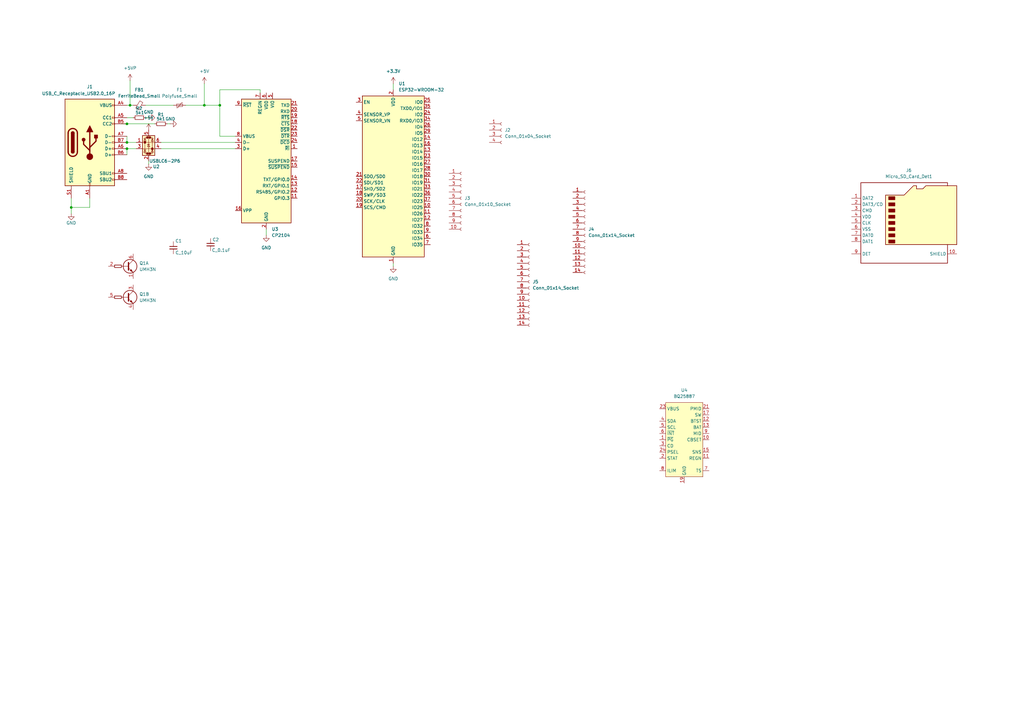
<source format=kicad_sch>
(kicad_sch (version 20231120) (generator "eeschema") (generator_version "8.0")
  (paper "A3")
  (title_block (title "Robot") (date "2024-09-24") (rev "1.0"))
  (lib_symbols
    (symbol "Battery_Management:BQ25887"
      (property "Reference" "U" (at 6.985 16.51 0))
      (property "Value" "BQ25887" (at -3.175 16.51 0))
      (symbol "BQ25887_1_1"
        (rectangle (start -7.62 15.24) (end 7.62 -15.24) (fill (type background)))
        (pin open_collector line (at -10.16 0 0) (length 2.54) (name "~{PG}") (number "1"))
        (pin power_out line (at 10.16 0 180) (length 2.54) (name "CBSET") (number "10"))
        (pin power_out line (at 10.16 -7.62 180) (length 2.54) (name "REGN") (number "11"))
        (pin power_out line (at 10.16 7.62 180) (length 2.54) (name "BTST") (number "12"))
        (pin power_out line (at 10.16 5.08 180) (length 2.54) (name "BAT") (number "13"))
        (pin passive line (at 10.16 5.08 180) (length 2.54) hide (name "BAT") (number "14"))
        (pin output line (at 10.16 -5.08 180) (length 2.54) (name "SNS") (number "15"))
        (pin passive line (at 10.16 -5.08 180) (length 2.54) hide (name "SNS") (number "16"))
        (pin power_out line (at 10.16 10.16 180) (length 2.54) (name "SW") (number "17"))
        (pin passive line (at 10.16 10.16 180) (length 2.54) hide (name "SW") (number "18"))
        (pin power_in line (at 0 -17.78 90) (length 2.54) (name "GND") (number "19"))
        (pin open_collector line (at -10.16 -7.62 0) (length 2.54) (name "STAT") (number "2"))
        (pin passive line (at 0 -17.78 90) (length 2.54) hide (name "GND") (number "20"))
        (pin power_out line (at 10.16 12.7 180) (length 2.54) (name "PMID") (number "21"))
        (pin passive line (at 10.16 12.7 180) (length 2.54) hide (name "PMID") (number "22"))
        (pin power_in line (at -10.16 12.7 0) (length 2.54) (name "VBUS") (number "23"))
        (pin input line (at -10.16 -5.08 0) (length 2.54) (name "PSEL") (number "24"))
        (pin input line (at -10.16 -2.54 0) (length 2.54) (name "CD") (number "3"))
        (pin bidirectional line (at -10.16 7.62 0) (length 2.54) (name "SDA") (number "4"))
        (pin input line (at -10.16 5.08 0) (length 2.54) (name "SCL") (number "5"))
        (pin open_collector line (at -10.16 2.54 0) (length 2.54) (name "~{INT}") (number "6"))
        (pin input line (at 10.16 -12.7 180) (length 2.54) (name "TS") (number "7"))
        (pin input line (at -10.16 -12.7 0) (length 2.54) (name "ILIM") (number "8"))
        (pin input line (at 10.16 2.54 180) (length 2.54) (name "MID") (number "9"))
      )
    )
    (symbol "Connector:Conn_01x04_Socket" (pin_names (offset 1.016) hide)
      (property "Reference" "J" (at 0 5.08 0))
      (property "Value" "Conn_01x04_Socket" (at 0 -7.62 0))
      (symbol "Conn_01x04_Socket_1_1"
        (arc (start 0 -4.572) (mid -0.5058 -5.08) (end 0 -5.588) (stroke (width 0.1524)))
        (arc (start 0 -2.032) (mid -0.5058 -2.54) (end 0 -3.048) (stroke (width 0.1524)))
        (polyline (pts (xy -1.27 -5.08) (xy -0.508 -5.08)) (stroke (width 0.1524)))
        (polyline (pts (xy -1.27 -2.54) (xy -0.508 -2.54)) (stroke (width 0.1524)))
        (polyline (pts (xy -1.27 0) (xy -0.508 0)) (stroke (width 0.1524)))
        (polyline (pts (xy -1.27 2.54) (xy -0.508 2.54)) (stroke (width 0.1524)))
        (arc (start 0 0.508) (mid -0.5058 0) (end 0 -0.508) (stroke (width 0.1524)))
        (arc (start 0 3.048) (mid -0.5058 2.54) (end 0 2.032) (stroke (width 0.1524)))
        (pin passive line (at -5.08 2.54 0) (length 3.81) (name "Pin_1") (number "1"))
        (pin passive line (at -5.08 0 0) (length 3.81) (name "Pin_2") (number "2"))
        (pin passive line (at -5.08 -2.54 0) (length 3.81) (name "Pin_3") (number "3"))
        (pin passive line (at -5.08 -5.08 0) (length 3.81) (name "Pin_4") (number "4"))
      )
    )
    (symbol "Connector:Conn_01x10_Socket" (pin_names (offset 1.016) hide)
      (property "Reference" "J" (at 0 12.7 0))
      (property "Value" "Conn_01x10_Socket" (at 0 -15.24 0))
      (symbol "Conn_01x10_Socket_1_1"
        (arc (start 0 -12.192) (mid -0.5058 -12.7) (end 0 -13.208) (stroke (width 0.1524)))
        (arc (start 0 -9.652) (mid -0.5058 -10.16) (end 0 -10.668) (stroke (width 0.1524)))
        (arc (start 0 -7.112) (mid -0.5058 -7.62) (end 0 -8.128) (stroke (width 0.1524)))
        (arc (start 0 -4.572) (mid -0.5058 -5.08) (end 0 -5.588) (stroke (width 0.1524)))
        (arc (start 0 -2.032) (mid -0.5058 -2.54) (end 0 -3.048) (stroke (width 0.1524)))
        (polyline (pts (xy -1.27 -12.7) (xy -0.508 -12.7)) (stroke (width 0.1524)))
        (polyline (pts (xy -1.27 -10.16) (xy -0.508 -10.16)) (stroke (width 0.1524)))
        (polyline (pts (xy -1.27 -7.62) (xy -0.508 -7.62)) (stroke (width 0.1524)))
        (polyline (pts (xy -1.27 -5.08) (xy -0.508 -5.08)) (stroke (width 0.1524)))
        (polyline (pts (xy -1.27 -2.54) (xy -0.508 -2.54)) (stroke (width 0.1524)))
        (polyline (pts (xy -1.27 0) (xy -0.508 0)) (stroke (width 0.1524)))
        (polyline (pts (xy -1.27 2.54) (xy -0.508 2.54)) (stroke (width 0.1524)))
        (polyline (pts (xy -1.27 5.08) (xy -0.508 5.08)) (stroke (width 0.1524)))
        (polyline (pts (xy -1.27 7.62) (xy -0.508 7.62)) (stroke (width 0.1524)))
        (polyline (pts (xy -1.27 10.16) (xy -0.508 10.16)) (stroke (width 0.1524)))
        (arc (start 0 0.508) (mid -0.5058 0) (end 0 -0.508) (stroke (width 0.1524)))
        (arc (start 0 3.048) (mid -0.5058 2.54) (end 0 2.032) (stroke (width 0.1524)))
        (arc (start 0 5.588) (mid -0.5058 5.08) (end 0 4.572) (stroke (width 0.1524)))
        (arc (start 0 8.128) (mid -0.5058 7.62) (end 0 7.112) (stroke (width 0.1524)))
        (arc (start 0 10.668) (mid -0.5058 10.16) (end 0 9.652) (stroke (width 0.1524)))
        (pin passive line (at -5.08 10.16 0) (length 3.81) (name "Pin_1") (number "1"))
        (pin passive line (at -5.08 -12.7 0) (length 3.81) (name "Pin_10") (number "10"))
        (pin passive line (at -5.08 7.62 0) (length 3.81) (name "Pin_2") (number "2"))
        (pin passive line (at -5.08 5.08 0) (length 3.81) (name "Pin_3") (number "3"))
        (pin passive line (at -5.08 2.54 0) (length 3.81) (name "Pin_4") (number "4"))
        (pin passive line (at -5.08 0 0) (length 3.81) (name "Pin_5") (number "5"))
        (pin passive line (at -5.08 -2.54 0) (length 3.81) (name "Pin_6") (number "6"))
        (pin passive line (at -5.08 -5.08 0) (length 3.81) (name "Pin_7") (number "7"))
        (pin passive line (at -5.08 -7.62 0) (length 3.81) (name "Pin_8") (number "8"))
        (pin passive line (at -5.08 -10.16 0) (length 3.81) (name "Pin_9") (number "9"))
      )
    )
    (symbol "Connector:Conn_01x14_Socket" (pin_names (offset 1.016) hide)
      (property "Reference" "J" (at 0 17.78 0))
      (property "Value" "Conn_01x14_Socket" (at 0 -20.32 0))
      (symbol "Conn_01x14_Socket_1_1"
        (arc (start 0 -17.272) (mid -0.5058 -17.78) (end 0 -18.288) (stroke (width 0.1524)))
        (arc (start 0 -14.732) (mid -0.5058 -15.24) (end 0 -15.748) (stroke (width 0.1524)))
        (arc (start 0 -12.192) (mid -0.5058 -12.7) (end 0 -13.208) (stroke (width 0.1524)))
        (arc (start 0 -9.652) (mid -0.5058 -10.16) (end 0 -10.668) (stroke (width 0.1524)))
        (arc (start 0 -7.112) (mid -0.5058 -7.62) (end 0 -8.128) (stroke (width 0.1524)))
        (arc (start 0 -4.572) (mid -0.5058 -5.08) (end 0 -5.588) (stroke (width 0.1524)))
        (arc (start 0 -2.032) (mid -0.5058 -2.54) (end 0 -3.048) (stroke (width 0.1524)))
        (polyline (pts (xy -1.27 -17.78) (xy -0.508 -17.78)) (stroke (width 0.1524)))
        (polyline (pts (xy -1.27 -15.24) (xy -0.508 -15.24)) (stroke (width 0.1524)))
        (polyline (pts (xy -1.27 -12.7) (xy -0.508 -12.7)) (stroke (width 0.1524)))
        (polyline (pts (xy -1.27 -10.16) (xy -0.508 -10.16)) (stroke (width 0.1524)))
        (polyline (pts (xy -1.27 -7.62) (xy -0.508 -7.62)) (stroke (width 0.1524)))
        (polyline (pts (xy -1.27 -5.08) (xy -0.508 -5.08)) (stroke (width 0.1524)))
        (polyline (pts (xy -1.27 -2.54) (xy -0.508 -2.54)) (stroke (width 0.1524)))
        (polyline (pts (xy -1.27 0) (xy -0.508 0)) (stroke (width 0.1524)))
        (polyline (pts (xy -1.27 2.54) (xy -0.508 2.54)) (stroke (width 0.1524)))
        (polyline (pts (xy -1.27 5.08) (xy -0.508 5.08)) (stroke (width 0.1524)))
        (polyline (pts (xy -1.27 7.62) (xy -0.508 7.62)) (stroke (width 0.1524)))
        (polyline (pts (xy -1.27 10.16) (xy -0.508 10.16)) (stroke (width 0.1524)))
        (polyline (pts (xy -1.27 12.7) (xy -0.508 12.7)) (stroke (width 0.1524)))
        (polyline (pts (xy -1.27 15.24) (xy -0.508 15.24)) (stroke (width 0.1524)))
        (arc (start 0 0.508) (mid -0.5058 0) (end 0 -0.508) (stroke (width 0.1524)))
        (arc (start 0 3.048) (mid -0.5058 2.54) (end 0 2.032) (stroke (width 0.1524)))
        (arc (start 0 5.588) (mid -0.5058 5.08) (end 0 4.572) (stroke (width 0.1524)))
        (arc (start 0 8.128) (mid -0.5058 7.62) (end 0 7.112) (stroke (width 0.1524)))
        (arc (start 0 10.668) (mid -0.5058 10.16) (end 0 9.652) (stroke (width 0.1524)))
        (arc (start 0 13.208) (mid -0.5058 12.7) (end 0 12.192) (stroke (width 0.1524)))
        (arc (start 0 15.748) (mid -0.5058 15.24) (end 0 14.732) (stroke (width 0.1524)))
        (pin passive line (at -5.08 15.24 0) (length 3.81) (name "Pin_1") (number "1"))
        (pin passive line (at -5.08 -7.62 0) (length 3.81) (name "Pin_10") (number "10"))
        (pin passive line (at -5.08 -10.16 0) (length 3.81) (name "Pin_11") (number "11"))
        (pin passive line (at -5.08 -12.7 0) (length 3.81) (name "Pin_12") (number "12"))
        (pin passive line (at -5.08 -15.24 0) (length 3.81) (name "Pin_13") (number "13"))
        (pin passive line (at -5.08 -17.78 0) (length 3.81) (name "Pin_14") (number "14"))
        (pin passive line (at -5.08 12.7 0) (length 3.81) (name "Pin_2") (number "2"))
        (pin passive line (at -5.08 10.16 0) (length 3.81) (name "Pin_3") (number "3"))
        (pin passive line (at -5.08 7.62 0) (length 3.81) (name "Pin_4") (number "4"))
        (pin passive line (at -5.08 5.08 0) (length 3.81) (name "Pin_5") (number "5"))
        (pin passive line (at -5.08 2.54 0) (length 3.81) (name "Pin_6") (number "6"))
        (pin passive line (at -5.08 0 0) (length 3.81) (name "Pin_7") (number "7"))
        (pin passive line (at -5.08 -2.54 0) (length 3.81) (name "Pin_8") (number "8"))
        (pin passive line (at -5.08 -5.08 0) (length 3.81) (name "Pin_9") (number "9"))
      )
    )
    (symbol "Connector:Micro_SD_Card_Det1"
      (property "Reference" "J" (at -16.51 17.78 0))
      (property "Value" "Micro_SD_Card_Det1" (at 16.51 17.78 0))
      (symbol "Micro_SD_Card_Det1_0_1"
        (rectangle (start -7.62 -6.985) (end -5.08 -8.255) (stroke (width 0.254)) (fill (type outline)))
        (rectangle (start -7.62 -4.445) (end -5.08 -5.715) (stroke (width 0.254)) (fill (type outline)))
        (rectangle (start -7.62 -1.905) (end -5.08 -3.175) (stroke (width 0.254)) (fill (type outline)))
        (rectangle (start -7.62 0.635) (end -5.08 -0.635) (stroke (width 0.254)) (fill (type outline)))
        (rectangle (start -7.62 3.175) (end -5.08 1.905) (stroke (width 0.254)) (fill (type outline)))
        (rectangle (start -7.62 5.715) (end -5.08 4.445) (stroke (width 0.254)) (fill (type outline)))
        (rectangle (start -7.62 8.255) (end -5.08 6.985) (stroke (width 0.254)) (fill (type outline)))
        (rectangle (start -7.62 10.795) (end -5.08 9.525) (stroke (width 0.254)) (fill (type outline)))
        (polyline (pts (xy 16.51 15.24) (xy 16.51 16.51) (xy -19.05 16.51) (xy -19.05 -16.51) (xy 16.51 -16.51) (xy 16.51 -8.89)) (stroke (width 0.254)))
        (polyline (pts (xy -8.89 -8.89) (xy -8.89 11.43) (xy -1.27 11.43) (xy 2.54 15.24) (xy 3.81 15.24) (xy 3.81 13.97) (xy 6.35 13.97) (xy 7.62 15.24) (xy 20.32 15.24) (xy 20.32 -8.89) (xy -8.89 -8.89)) (stroke (width 0.254)) (fill (type background)))
      )
      (symbol "Micro_SD_Card_Det1_1_1"
        (pin bidirectional line (at -22.86 10.16 0) (length 3.81) (name "DAT2") (number "1"))
        (pin passive line (at 20.32 -12.7 180) (length 3.81) (name "SHIELD") (number "10"))
        (pin bidirectional line (at -22.86 7.62 0) (length 3.81) (name "DAT3/CD") (number "2"))
        (pin input line (at -22.86 5.08 0) (length 3.81) (name "CMD") (number "3"))
        (pin power_in line (at -22.86 2.54 0) (length 3.81) (name "VDD") (number "4"))
        (pin input line (at -22.86 0 0) (length 3.81) (name "CLK") (number "5"))
        (pin power_in line (at -22.86 -2.54 0) (length 3.81) (name "VSS") (number "6"))
        (pin bidirectional line (at -22.86 -5.08 0) (length 3.81) (name "DAT0") (number "7"))
        (pin bidirectional line (at -22.86 -7.62 0) (length 3.81) (name "DAT1") (number "8"))
        (pin passive line (at -22.86 -12.7 0) (length 3.81) (name "DET") (number "9"))
      )
    )
    (symbol "Connector:USB_C_Receptacle_USB2.0_16P" (pin_names (offset 1.016))
      (property "Reference" "J" (at 0 22.225 0))
      (property "Value" "USB_C_Receptacle_USB2.0_16P" (at 0 19.685 0))
      (symbol "USB_C_Receptacle_USB2.0_16P_0_0"
        (rectangle (start -0.254 -17.78) (end 0.254 -16.764))
        (rectangle (start 10.16 -14.986) (end 9.144 -15.494))
        (rectangle (start 10.16 -12.446) (end 9.144 -12.954))
        (rectangle (start 10.16 -4.826) (end 9.144 -5.334))
        (rectangle (start 10.16 -2.286) (end 9.144 -2.794))
        (rectangle (start 10.16 0.254) (end 9.144 -0.254))
        (rectangle (start 10.16 2.794) (end 9.144 2.286))
        (rectangle (start 10.16 7.874) (end 9.144 7.366))
        (rectangle (start 10.16 10.414) (end 9.144 9.906))
        (rectangle (start 10.16 15.494) (end 9.144 14.986))
      )
      (symbol "USB_C_Receptacle_USB2.0_16P_0_1"
        (rectangle (start -10.16 17.78) (end 10.16 -17.78) (stroke (width 0.254)) (fill (type background)))
        (arc (start -8.89 -3.81) (mid -6.985 -5.7067) (end -5.08 -3.81) (stroke (width 0.508)))
        (arc (start -7.62 -3.81) (mid -6.985 -4.4423) (end -6.35 -3.81) (stroke (width 0.254)))
        (arc (start -7.62 -3.81) (mid -6.985 -4.4423) (end -6.35 -3.81) (stroke (width 0.254)) (fill (type outline)))
        (rectangle (start -7.62 -3.81) (end -6.35 3.81) (stroke (width 0.254)) (fill (type outline)))
        (arc (start -6.35 3.81) (mid -6.985 4.4423) (end -7.62 3.81) (stroke (width 0.254)))
        (arc (start -6.35 3.81) (mid -6.985 4.4423) (end -7.62 3.81) (stroke (width 0.254)) (fill (type outline)))
        (arc (start -5.08 3.81) (mid -6.985 5.7067) (end -8.89 3.81) (stroke (width 0.508)))
        (circle (center -2.54 1.143) (radius 0.635) (stroke (width 0.254)) (fill (type outline)))
        (circle (center 0 -5.842) (radius 1.27) (fill (type outline)))
        (polyline (pts (xy -8.89 -3.81) (xy -8.89 3.81)) (stroke (width 0.508)))
        (polyline (pts (xy -5.08 3.81) (xy -5.08 -3.81)) (stroke (width 0.508)))
        (polyline (pts (xy 0 -5.842) (xy 0 4.318)) (stroke (width 0.508)))
        (polyline (pts (xy 0 -3.302) (xy -2.54 -0.762) (xy -2.54 0.508)) (stroke (width 0.508)))
        (polyline (pts (xy 0 -2.032) (xy 2.54 0.508) (xy 2.54 1.778)) (stroke (width 0.508)))
        (polyline (pts (xy -1.27 4.318) (xy 0 6.858) (xy 1.27 4.318) (xy -1.27 4.318)) (stroke (width 0.254)) (fill (type outline)))
        (rectangle (start 1.905 1.778) (end 3.175 3.048) (stroke (width 0.254)) (fill (type outline)))
      )
      (symbol "USB_C_Receptacle_USB2.0_16P_1_1"
        (pin passive line (at 0 -22.86 90) (length 5.08) (name "GND") (number "A1"))
        (pin passive line (at 0 -22.86 90) (length 5.08) hide (name "GND") (number "A12"))
        (pin passive line (at 15.24 15.24 180) (length 5.08) (name "VBUS") (number "A4"))
        (pin bidirectional line (at 15.24 10.16 180) (length 5.08) (name "CC1") (number "A5"))
        (pin bidirectional line (at 15.24 -2.54 180) (length 5.08) (name "D+") (number "A6"))
        (pin bidirectional line (at 15.24 2.54 180) (length 5.08) (name "D-") (number "A7"))
        (pin bidirectional line (at 15.24 -12.7 180) (length 5.08) (name "SBU1") (number "A8"))
        (pin passive line (at 15.24 15.24 180) (length 5.08) hide (name "VBUS") (number "A9"))
        (pin passive line (at 0 -22.86 90) (length 5.08) hide (name "GND") (number "B1"))
        (pin passive line (at 0 -22.86 90) (length 5.08) hide (name "GND") (number "B12"))
        (pin passive line (at 15.24 15.24 180) (length 5.08) hide (name "VBUS") (number "B4"))
        (pin bidirectional line (at 15.24 7.62 180) (length 5.08) (name "CC2") (number "B5"))
        (pin bidirectional line (at 15.24 -5.08 180) (length 5.08) (name "D+") (number "B6"))
        (pin bidirectional line (at 15.24 0 180) (length 5.08) (name "D-") (number "B7"))
        (pin bidirectional line (at 15.24 -15.24 180) (length 5.08) (name "SBU2") (number "B8"))
        (pin passive line (at 15.24 15.24 180) (length 5.08) hide (name "VBUS") (number "B9"))
        (pin passive line (at -7.62 -22.86 90) (length 5.08) (name "SHIELD") (number "S1"))
      )
    )
    (symbol "Device:C_Small" (pin_numbers hide) (pin_names (offset 0.254) hide)
      (property "Reference" "C" (at 0.254 1.778 0))
      (property "Value" "C_Small" (at 0.254 -2.032 0))
      (symbol "C_Small_0_1"
        (polyline (pts (xy -1.524 -0.508) (xy 1.524 -0.508)) (stroke (width 0.3302)))
        (polyline (pts (xy -1.524 0.508) (xy 1.524 0.508)) (stroke (width 0.3048)))
      )
      (symbol "C_Small_1_1"
        (pin passive line (at 0 2.54 270) (length 2.032) (name "~") (number "1"))
        (pin passive line (at 0 -2.54 90) (length 2.032) (name "~") (number "2"))
      )
    )
    (symbol "Device:FerriteBead_Small" (pin_numbers hide) (pin_names (offset 0))
      (property "Reference" "FB" (at 1.905 1.27 0))
      (property "Value" "FerriteBead_Small" (at 1.905 -1.27 0))
      (symbol "FerriteBead_Small_0_1"
        (polyline (pts (xy 0 -1.27) (xy 0 -0.7874)))
        (polyline (pts (xy 0 0.889) (xy 0 1.2954)))
        (polyline (pts (xy -1.8288 0.2794) (xy -1.1176 1.4986) (xy 1.8288 -0.2032) (xy 1.1176 -1.4224) (xy -1.8288 0.2794)))
      )
      (symbol "FerriteBead_Small_1_1"
        (pin passive line (at 0 2.54 270) (length 1.27) (name "~") (number "1"))
        (pin passive line (at 0 -2.54 90) (length 1.27) (name "~") (number "2"))
      )
    )
    (symbol "Device:Polyfuse_Small" (pin_numbers hide) (pin_names (offset 0))
      (property "Reference" "F" (at -1.905 0 90))
      (property "Value" "Polyfuse_Small" (at 1.905 0 90))
      (symbol "Polyfuse_Small_0_1"
        (rectangle (start -0.508 1.27) (end 0.508 -1.27))
        (polyline (pts (xy 0 2.54) (xy 0 -2.54)))
        (polyline (pts (xy -1.016 1.27) (xy -1.016 0.762) (xy 1.016 -0.762) (xy 1.016 -1.27)))
      )
      (symbol "Polyfuse_Small_1_1"
        (pin passive line (at 0 2.54 270) (length 0.635) (name "~") (number "1"))
        (pin passive line (at 0 -2.54 90) (length 0.635) (name "~") (number "2"))
      )
    )
    (symbol "Device:R_Small" (pin_numbers hide) (pin_names (offset 0.254) hide)
      (property "Reference" "R" (at 0.762 0.508 0))
      (property "Value" "R_Small" (at 0.762 -1.016 0))
      (symbol "R_Small_0_1"
        (rectangle (start -0.762 1.778) (end 0.762 -1.778) (stroke (width 0.2032)))
      )
      (symbol "R_Small_1_1"
        (pin passive line (at 0 2.54 270) (length 0.762) (name "~") (number "1"))
        (pin passive line (at 0 -2.54 90) (length 0.762) (name "~") (number "2"))
      )
    )
    (symbol "Interface_USB:CP2104"
      (property "Reference" "U" (at -5.08 28.575 0))
      (property "Value" "CP2104" (at -5.08 26.67 0))
      (symbol "CP2104_1_1"
        (rectangle (start -10.16 25.4) (end 10.16 -25.4) (stroke (width 0.254)) (fill (type background)))
        (pin input line (at 12.7 5.08 180) (length 2.54) (name "~{RI}") (number "1"))
        (pin no_connect line (at 10.16 -20.32 180) (length 2.54) hide (name "NC") (number "10"))
        (pin bidirectional line (at 12.7 -15.24 180) (length 2.54) (name "GPIO.3") (number "11"))
        (pin bidirectional line (at 12.7 -12.7 180) (length 2.54) (name "RS485/GPIO.2") (number "12"))
        (pin bidirectional line (at 12.7 -10.16 180) (length 2.54) (name "RXT/GPIO.1") (number "13"))
        (pin bidirectional line (at 12.7 -7.62 180) (length 2.54) (name "TXT/GPIO.0") (number "14"))
        (pin output line (at 12.7 -2.54 180) (length 2.54) (name "~{SUSPEND}") (number "15"))
        (pin passive line (at -12.7 -20.32 0) (length 2.54) (name "VPP") (number "16"))
        (pin output line (at 12.7 0 180) (length 2.54) (name "SUSPEND") (number "17"))
        (pin input line (at 12.7 15.24 180) (length 2.54) (name "~{CTS}") (number "18"))
        (pin output line (at 12.7 17.78 180) (length 2.54) (name "~{RTS}") (number "19"))
        (pin power_in line (at 0 -27.94 90) (length 2.54) (name "GND") (number "2"))
        (pin input line (at 12.7 20.32 180) (length 2.54) (name "RXD") (number "20"))
        (pin output line (at 12.7 22.86 180) (length 2.54) (name "TXD") (number "21"))
        (pin input line (at 12.7 12.7 180) (length 2.54) (name "~{DSR}") (number "22"))
        (pin output line (at 12.7 10.16 180) (length 2.54) (name "~{DTR}") (number "23"))
        (pin input line (at 12.7 7.62 180) (length 2.54) (name "~{DCD}") (number "24"))
        (pin passive line (at 0 -27.94 90) (length 2.54) hide (name "GND") (number "25"))
        (pin bidirectional line (at -12.7 5.08 0) (length 2.54) (name "D+") (number "3"))
        (pin bidirectional line (at -12.7 7.62 0) (length 2.54) (name "D-") (number "4"))
        (pin power_in line (at 2.54 27.94 270) (length 2.54) (name "VIO") (number "5"))
        (pin power_in line (at 0 27.94 270) (length 2.54) (name "VDD") (number "6"))
        (pin power_in line (at -2.54 27.94 270) (length 2.54) (name "REGIN") (number "7"))
        (pin input line (at -12.7 10.16 0) (length 2.54) (name "VBUS") (number "8"))
        (pin bidirectional line (at -12.7 22.86 0) (length 2.54) (name "~{RST}") (number "9"))
      )
    )
    (symbol "Power_Protection:USBLC6-2P6" (pin_names hide)
      (property "Reference" "U" (at 0.635 5.715 0))
      (property "Value" "USBLC6-2P6" (at 0.635 3.81 0))
      (symbol "USBLC6-2P6_0_0"
        (circle (center -1.524 0) (radius 0.0001) (stroke (width 0.508)))
        (circle (center -0.508 -4.572) (radius 0.0001) (stroke (width 0.508)))
        (circle (center -0.508 2.032) (radius 0.0001) (stroke (width 0.508)))
        (circle (center 0.508 -4.572) (radius 0.0001) (stroke (width 0.508)))
        (circle (center 0.508 2.032) (radius 0.0001) (stroke (width 0.508)))
        (circle (center 1.524 -2.54) (radius 0.0001) (stroke (width 0.508)))
      )
      (symbol "USBLC6-2P6_0_1"
        (polyline (pts (xy -2.54 -2.54) (xy 2.54 -2.54)))
        (polyline (pts (xy -2.54 0) (xy 2.54 0)))
        (polyline (pts (xy -2.032 -3.048) (xy -1.016 -3.048)))
        (polyline (pts (xy -1.016 1.524) (xy -2.032 1.524)))
        (polyline (pts (xy 1.016 -3.048) (xy 2.032 -3.048)))
        (polyline (pts (xy 1.016 1.524) (xy 2.032 1.524)))
        (polyline (pts (xy -0.508 -1.143) (xy -0.508 -0.762) (xy 0.508 -0.762)))
        (polyline (pts (xy -2.032 0.508) (xy -1.016 0.508) (xy -1.524 1.524) (xy -2.032 0.508)))
        (polyline (pts (xy -1.016 -4.064) (xy -2.032 -4.064) (xy -1.524 -3.048) (xy -1.016 -4.064)))
        (polyline (pts (xy 0.508 -1.778) (xy -0.508 -1.778) (xy 0 -0.762) (xy 0.508 -1.778)))
        (polyline (pts (xy 2.032 -4.064) (xy 1.016 -4.064) (xy 1.524 -3.048) (xy 2.032 -4.064)))
        (polyline (pts (xy 2.032 0.508) (xy 1.016 0.508) (xy 1.524 1.524) (xy 2.032 0.508)))
        (polyline (pts (xy 0 2.54) (xy -0.508 2.032) (xy 0.508 2.032) (xy 0 1.524) (xy 0 -4.064) (xy -0.508 -4.572) (xy 0.508 -4.572) (xy 0 -5.08)))
      )
      (symbol "USBLC6-2P6_1_1"
        (rectangle (start -2.54 2.794) (end 2.54 -5.334) (stroke (width 0.254)) (fill (type background)))
        (polyline (pts (xy -0.508 2.032) (xy -1.524 2.032) (xy -1.524 -4.572) (xy -0.508 -4.572)))
        (polyline (pts (xy 0.508 -4.572) (xy 1.524 -4.572) (xy 1.524 2.032) (xy 0.508 2.032)))
        (pin passive line (at -5.08 0 0) (length 2.54) (name "I/O1") (number "1"))
        (pin passive line (at 0 -7.62 90) (length 2.54) (name "GND") (number "2"))
        (pin passive line (at -5.08 -2.54 0) (length 2.54) (name "I/O2") (number "3"))
        (pin passive line (at 5.08 -2.54 180) (length 2.54) (name "I/O2") (number "4"))
        (pin passive line (at 0 5.08 270) (length 2.54) (name "VBUS") (number "5"))
        (pin passive line (at 5.08 0 180) (length 2.54) (name "I/O1") (number "6"))
      )
    )
    (symbol "RF_Module:ESP32-WROOM-32"
      (property "Reference" "U" (at -12.7 34.29 0))
      (property "Value" "ESP32-WROOM-32" (at 1.27 34.29 0))
      (symbol "ESP32-WROOM-32_0_1"
        (rectangle (start -12.7 33.02) (end 12.7 -33.02) (stroke (width 0.254)) (fill (type background)))
      )
      (symbol "ESP32-WROOM-32_1_1"
        (pin power_in line (at 0 -35.56 90) (length 2.54) (name "GND") (number "1"))
        (pin bidirectional line (at 15.24 -12.7 180) (length 2.54) (name "IO25") (number "10"))
        (pin bidirectional line (at 15.24 -15.24 180) (length 2.54) (name "IO26") (number "11"))
        (pin bidirectional line (at 15.24 -17.78 180) (length 2.54) (name "IO27") (number "12"))
        (pin bidirectional line (at 15.24 10.16 180) (length 2.54) (name "IO14") (number "13"))
        (pin bidirectional line (at 15.24 15.24 180) (length 2.54) (name "IO12") (number "14"))
        (pin passive line (at 0 -35.56 90) (length 2.54) hide (name "GND") (number "15"))
        (pin bidirectional line (at 15.24 12.7 180) (length 2.54) (name "IO13") (number "16"))
        (pin bidirectional line (at -15.24 -5.08 0) (length 2.54) (name "SHD/SD2") (number "17"))
        (pin bidirectional line (at -15.24 -7.62 0) (length 2.54) (name "SWP/SD3") (number "18"))
        (pin bidirectional line (at -15.24 -12.7 0) (length 2.54) (name "SCS/CMD") (number "19"))
        (pin power_in line (at 0 35.56 270) (length 2.54) (name "VDD") (number "2"))
        (pin bidirectional line (at -15.24 -10.16 0) (length 2.54) (name "SCK/CLK") (number "20"))
        (pin bidirectional line (at -15.24 0 0) (length 2.54) (name "SDO/SD0") (number "21"))
        (pin bidirectional line (at -15.24 -2.54 0) (length 2.54) (name "SDI/SD1") (number "22"))
        (pin bidirectional line (at 15.24 7.62 180) (length 2.54) (name "IO15") (number "23"))
        (pin bidirectional line (at 15.24 25.4 180) (length 2.54) (name "IO2") (number "24"))
        (pin bidirectional line (at 15.24 30.48 180) (length 2.54) (name "IO0") (number "25"))
        (pin bidirectional line (at 15.24 20.32 180) (length 2.54) (name "IO4") (number "26"))
        (pin bidirectional line (at 15.24 5.08 180) (length 2.54) (name "IO16") (number "27"))
        (pin bidirectional line (at 15.24 2.54 180) (length 2.54) (name "IO17") (number "28"))
        (pin bidirectional line (at 15.24 17.78 180) (length 2.54) (name "IO5") (number "29"))
        (pin input line (at -15.24 30.48 0) (length 2.54) (name "EN") (number "3"))
        (pin bidirectional line (at 15.24 0 180) (length 2.54) (name "IO18") (number "30"))
        (pin bidirectional line (at 15.24 -2.54 180) (length 2.54) (name "IO19") (number "31"))
        (pin no_connect line (at -12.7 -27.94 0) (length 2.54) hide (name "NC") (number "32"))
        (pin bidirectional line (at 15.24 -5.08 180) (length 2.54) (name "IO21") (number "33"))
        (pin bidirectional line (at 15.24 22.86 180) (length 2.54) (name "RXD0/IO3") (number "34"))
        (pin bidirectional line (at 15.24 27.94 180) (length 2.54) (name "TXD0/IO1") (number "35"))
        (pin bidirectional line (at 15.24 -7.62 180) (length 2.54) (name "IO22") (number "36"))
        (pin bidirectional line (at 15.24 -10.16 180) (length 2.54) (name "IO23") (number "37"))
        (pin passive line (at 0 -35.56 90) (length 2.54) hide (name "GND") (number "38"))
        (pin passive line (at 0 -35.56 90) (length 2.54) hide (name "GND") (number "39"))
        (pin input line (at -15.24 25.4 0) (length 2.54) (name "SENSOR_VP") (number "4"))
        (pin input line (at -15.24 22.86 0) (length 2.54) (name "SENSOR_VN") (number "5"))
        (pin input line (at 15.24 -25.4 180) (length 2.54) (name "IO34") (number "6"))
        (pin input line (at 15.24 -27.94 180) (length 2.54) (name "IO35") (number "7"))
        (pin bidirectional line (at 15.24 -20.32 180) (length 2.54) (name "IO32") (number "8"))
        (pin bidirectional line (at 15.24 -22.86 180) (length 2.54) (name "IO33") (number "9"))
      )
    )
    (symbol "Transistor_BJT:UMH3N" (pin_names hide)
      (property "Reference" "Q" (at 7.62 1.27 0))
      (property "Value" "UMH3N" (at 7.62 -1.27 0))
      (symbol "UMH3N_0_1"
        (polyline (pts (xy 3.175 0) (xy 0.254 0)))
        (polyline (pts (xy 3.175 0.635) (xy 5.08 2.54)))
        (polyline (pts (xy 3.175 1.524) (xy 3.175 -1.524)) (stroke (width 0.508)))
        (polyline (pts (xy 3.175 -0.635) (xy 5.08 -2.54) (xy 5.08 -2.54)))
        (polyline (pts (xy 3.81 -1.778) (xy 4.318 -1.27) (xy 4.826 -2.286) (xy 3.81 -1.778) (xy 3.81 -1.778)) (fill (type outline)))
        (rectangle (start 0.254 0.508) (end -2.54 -0.508) (stroke (width 0.254)))
        (circle (center 3.81 0) (radius 2.8194) (stroke (width 0.254)))
      )
      (symbol "UMH3N_1_1"
        (pin passive line (at 5.08 -5.08 90) (length 2.54) (name "E1") (number "1"))
        (pin input line (at -5.08 0 0) (length 2.54) (name "B1") (number "2"))
        (pin passive line (at 5.08 5.08 270) (length 2.54) (name "C1") (number "6"))
      )
      (symbol "UMH3N_2_1"
        (pin passive line (at 5.08 5.08 270) (length 2.54) (name "C2") (number "3"))
        (pin passive line (at 5.08 -5.08 90) (length 2.54) (name "E2") (number "4"))
        (pin input line (at -5.08 0 0) (length 2.54) (name "B2") (number "5"))
      )
    )
    (symbol "power:+3.3V" (power) (pin_numbers hide) (pin_names (offset 0) hide)
      (property "Value" "+3.3V" (at 0 3.556 0))
      (symbol "+3.3V_0_1"
        (polyline (pts (xy -0.762 1.27) (xy 0 2.54)))
        (polyline (pts (xy 0 0) (xy 0 2.54)))
        (polyline (pts (xy 0 2.54) (xy 0.762 1.27)))
      )
      (symbol "+3.3V_1_1"
        (pin power_in line (at 0 0 90) (length 0) (name "~") (number "1"))
      )
    )
    (symbol "power:+5V" (power) (pin_numbers hide) (pin_names (offset 0) hide)
      (property "Value" "+5V" (at 0 3.556 0))
      (symbol "+5V_0_1"
        (polyline (pts (xy -0.762 1.27) (xy 0 2.54)))
        (polyline (pts (xy 0 0) (xy 0 2.54)))
        (polyline (pts (xy 0 2.54) (xy 0.762 1.27)))
      )
      (symbol "+5V_1_1"
        (pin power_in line (at 0 0 90) (length 0) (name "~") (number "1"))
      )
    )
    (symbol "power:+5VP" (power) (pin_numbers hide) (pin_names (offset 0) hide)
      (property "Value" "+5VP" (at 0 3.556 0))
      (symbol "+5VP_0_1"
        (polyline (pts (xy -0.762 1.27) (xy 0 2.54)))
        (polyline (pts (xy 0 0) (xy 0 2.54)))
        (polyline (pts (xy 0 2.54) (xy 0.762 1.27)))
      )
      (symbol "+5VP_1_1"
        (pin power_in line (at 0 0 90) (length 0) (name "~") (number "1"))
      )
    )
    (symbol "power:GND" (power) (pin_numbers hide) (pin_names (offset 0) hide)
      (property "Value" "GND" (at 0 -3.81 0))
      (symbol "GND_0_1"
        (polyline (pts (xy 0 0) (xy 0 -1.27) (xy 1.27 -1.27) (xy 0 -2.54) (xy -1.27 -1.27) (xy 0 -1.27)))
      )
      (symbol "GND_1_1"
        (pin power_in line (at 0 0 270) (length 0) (name "~") (number "1"))
      )
    )
  )
  (junction (at 52.07 50.8))
  (junction (at 29.21 85.09))
  (junction (at 53.34 43.18))
  (junction (at 90.17 43.18))
  (junction (at 52.07 58.42))
  (junction (at 83.82 43.18))
  (junction (at 52.07 60.96))
  (wire (pts (xy 66.04 60.96) (xy 96.52 60.96)))
  (wire (pts (xy 106.68 36.83) (xy 90.17 36.83)))
  (wire (pts (xy 83.82 34.29) (xy 83.82 43.18)))
  (wire (pts (xy 29.21 85.09) (xy 29.21 81.28)))
  (wire (pts (xy 52.07 58.42) (xy 55.88 58.42)))
  (wire (pts (xy 52.07 60.96) (xy 55.88 60.96)))
  (wire (pts (xy 53.34 43.18) (xy 54.61 43.18)))
  (wire (pts (xy 60.96 67.31) (xy 60.96 66.04)))
  (wire (pts (xy 60.96 48.26) (xy 59.69 48.26)))
  (wire (pts (xy 66.04 58.42) (xy 96.52 58.42)))
  (wire (pts (xy 52.07 43.18) (xy 53.34 43.18)))
  (wire (pts (xy 53.34 33.02) (xy 53.34 43.18)))
  (wire (pts (xy 96.52 55.88) (xy 90.17 55.88)))
  (wire (pts (xy 52.07 55.88) (xy 52.07 58.42)))
  (wire (pts (xy 106.68 38.1) (xy 106.68 36.83)))
  (wire (pts (xy 83.82 43.18) (xy 90.17 43.18)))
  (wire (pts (xy 90.17 36.83) (xy 90.17 43.18)))
  (wire (pts (xy 59.69 43.18) (xy 71.12 43.18)))
  (wire (pts (xy 161.29 109.22) (xy 161.29 107.95)))
  (wire (pts (xy 52.07 50.8) (xy 63.5 50.8)))
  (wire (pts (xy 49.53 50.8) (xy 52.07 50.8)))
  (wire (pts (xy 69.85 50.8) (xy 68.58 50.8)))
  (wire (pts (xy 52.07 60.96) (xy 52.07 63.5)))
  (wire (pts (xy 90.17 43.18) (xy 90.17 55.88)))
  (wire (pts (xy 36.83 81.28) (xy 36.83 85.09)))
  (wire (pts (xy 161.29 34.29) (xy 161.29 36.83)))
  (wire (pts (xy 76.2 43.18) (xy 83.82 43.18)))
  (wire (pts (xy 54.61 48.26) (xy 52.07 48.26)))
  (wire (pts (xy 109.22 96.52) (xy 109.22 93.98)))
  (wire (pts (xy 29.21 87.63) (xy 29.21 85.09)))
  (wire (pts (xy 36.83 85.09) (xy 29.21 85.09)))
  (symbol (lib_id "power:GND") (at 60.96 67.31 0) (unit 1)
    (property "Reference" "#PWR06" (effects (hide yes)))
    (property "Value" "GND" (at 60.96 72.39 0))
    (property "Description" "Power symbol creates a global label with name \"GND\" , ground" (effects (hide yes)))
  )
  (symbol (lib_id "power:GND") (at 109.22 96.52 0) (unit 1)
    (property "Reference" "#PWR010" (effects (hide yes)))
    (property "Value" "GND" (at 109.22 101.6 0))
    (property "Description" "Power symbol creates a global label with name \"GND\" , ground" (effects (hide yes)))
  )
  (symbol (lib_id "Device:Polyfuse_Small") (at 73.66 43.18 90) (unit 1)
    (property "Reference" "F1" (at 73.66 36.83 90))
    (property "Value" "Polyfuse_Small" (at 73.66 39.37 90))
    (property "Description" "Resettable fuse, polymeric positive temperature coefficient, small symbol" (effects (hide yes)))
  )
  (symbol (lib_id "Device:C_Small") (at 86.36 100.33 0) (unit 1)
    (property "Reference" "C2" (at 87.122 98.298 0) (effects (justify left)))
    (property "Value" "C_0.1uF" (at 86.868 102.616 0) (effects (justify left)))
    (property "Description" "Unpolarized capacitor, small symbol" (effects (hide yes)))
  )
  (symbol (lib_id "power:+3.3V") (at 161.29 34.29 0) (unit 1)
    (property "Reference" "#PWR02" (effects (hide yes)))
    (property "Value" "+3.3V" (at 161.29 29.21 0))
    (property "Description" "Power symbol creates a global label with name \"+3.3V\"" (effects (hide yes)))
  )
  (symbol (lib_id "Device:FerriteBead_Small") (at 57.15 43.18 90) (unit 1)
    (property "Reference" "FB1" (at 57.1119 36.83 90))
    (property "Value" "FerriteBead_Small" (at 57.1119 39.37 90))
    (property "Description" "Ferrite bead, small symbol" (effects (hide yes)))
  )
  (symbol (lib_id "Connector:Conn_01x14_Socket") (at 240.03 93.98 0) (unit 1)
    (property "Reference" "J4" (at 241.3 93.9799 0) (effects (justify left)))
    (property "Value" "Conn_01x14_Socket" (at 241.3 96.5199 0) (effects (justify left)))
    (property "Description" "Generic connector, single row, 01x14, script generated" (effects (hide yes)))
  )
  (symbol (lib_id "power:GND") (at 29.21 87.63 0) (unit 1)
    (property "Reference" "#PWR03" (effects (hide yes)))
    (property "Value" "GND" (at 29.21 91.44 0))
    (property "Description" "Power symbol creates a global label with name \"GND\" , ground" (effects (hide yes)))
  )
  (symbol (lib_id "power:+5VP") (at 53.34 33.02 0) (unit 1)
    (property "Reference" "#PWR07" (effects (hide yes)))
    (property "Value" "+5VP" (at 53.34 27.94 0))
    (property "Description" "Power symbol creates a global label with name \"+5VP\"" (effects (hide yes)))
  )
  (symbol (lib_id "Power_Protection:USBLC6-2P6") (at 60.96 58.42 0) (unit 1)
    (property "Reference" "U2" (at 62.738 68.326 0) (effects (justify left)))
    (property "Value" "USBLC6-2P6" (at 61.214 66.04 0) (effects (justify left)))
    (property "Footprint" "Package_TO_SOT_SMD:SOT-666" (effects (hide yes)))
    (property "Datasheet" "https://www.st.com/resource/en/datasheet/usblc6-2.pdf" (effects (hide yes)))
    (property "Description" "Very low capacitance ESD protection diode, 2 data-line, SOT-666" (effects (hide yes)))
  )
  (symbol (lib_id "power:GND") (at 69.85 50.8 90) (unit 1)
    (property "Reference" "#PWR04" (effects (hide yes)))
    (property "Value" "GND" (at 69.85 48.768 90))
    (property "Description" "Power symbol creates a global label with name \"GND\" , ground" (effects (hide yes)))
  )
  (symbol (lib_id "Device:R_Small") (at 66.04 50.8 90) (unit 1)
    (property "Reference" "R1" (at 67.31 46.99 90) (effects (justify left)))
    (property "Value" "5k1" (at 67.818 48.768 90) (effects (justify left)))
    (property "Description" "Resistor, small symbol" (effects (hide yes)))
  )
  (symbol (lib_id "Transistor_BJT:UMH3N") (at 49.53 109.22 0) (unit 1)
    (property "Reference" "Q1" (at 57.15 107.9499 0) (effects (justify left)))
    (property "Value" "UMH3N" (at 57.15 110.4899 0) (effects (justify left)))
    (property "Footprint" "Package_TO_SOT_SMD:SOT-363_SC-70-6" (effects (hide yes)))
    (property "Datasheet" "http://rohmfs.rohm.com/en/products/databook/datasheet/discrete/transistor/digital/emh3t2r-e.pdf" (effects (hide yes)))
    (property "Description" "0.1A Ic, 50V Vce, Dual NPN Input Resistor Transistors, SOT-363" (effects (hide yes)))
  )
  (symbol (lib_id "Connector:Conn_01x10_Socket") (at 189.23 81.28 0) (unit 1)
    (property "Reference" "J3" (at 190.5 81.2799 0) (effects (justify left)))
    (property "Value" "Conn_01x10_Socket" (at 190.5 83.8199 0) (effects (justify left)))
    (property "Description" "Generic connector, single row, 01x10, script generated" (effects (hide yes)))
  )
  (symbol (lib_id "Interface_USB:CP2104") (at 109.22 66.04 0) (unit 1)
    (property "Reference" "U3" (at 111.4141 93.98 0) (effects (justify left)))
    (property "Value" "CP2104" (at 111.4141 96.52 0) (effects (justify left)))
    (property "Footprint" "Package_DFN_QFN:QFN-24-1EP_4x4mm_P0.5mm_EP2.6x2.6mm" (effects (hide yes)))
    (property "Datasheet" "https://www.silabs.com/documents/public/data-sheets/cp2104.pdf" (effects (hide yes)))
    (property "Description" "Single-Chip USB-to-UART Bridge, USB 2.0 Full-Speed, 2Mbps UART, QFN-24" (effects (hide yes)))
  )
  (symbol (lib_id "power:GND") (at 161.29 109.22 0) (unit 1)
    (property "Reference" "#PWR01" (effects (hide yes)))
    (property "Value" "GND" (at 161.29 114.3 0))
    (property "Description" "Power symbol creates a global label with name \"GND\" , ground" (effects (hide yes)))
  )
  (symbol (lib_id "Transistor_BJT:UMH3N") (at 49.53 121.92 0) (unit 2)
    (property "Reference" "Q1" (at 57.15 120.6499 0) (effects (justify left)))
    (property "Value" "UMH3N" (at 57.15 123.1899 0) (effects (justify left)))
    (property "Footprint" "Package_TO_SOT_SMD:SOT-363_SC-70-6" (effects (hide yes)))
    (property "Datasheet" "http://rohmfs.rohm.com/en/products/databook/datasheet/discrete/transistor/digital/emh3t2r-e.pdf" (effects (hide yes)))
    (property "Description" "0.1A Ic, 50V Vce, Dual NPN Input Resistor Transistors, SOT-363" (effects (hide yes)))
  )
  (symbol (lib_id "Connector:Conn_01x04_Socket") (at 205.74 53.34 0) (unit 1)
    (property "Reference" "J2" (at 207.01 53.3399 0) (effects (justify left)))
    (property "Value" "Conn_01x04_Socket" (at 207.01 55.8799 0) (effects (justify left)))
    (property "Description" "Generic connector, single row, 01x04, script generated" (effects (hide yes)))
  )
  (symbol (lib_id "power:GND") (at 60.96 48.26 90) (unit 1)
    (property "Reference" "#PWR05" (effects (hide yes)))
    (property "Value" "GND" (at 60.96 45.974 90))
    (property "Description" "Power symbol creates a global label with name \"GND\" , ground" (effects (hide yes)))
  )
  (symbol (lib_id "power:+5V") (at 60.96 53.34 0) (unit 1)
    (property "Reference" "#PWR09" (effects (hide yes)))
    (property "Value" "+5V" (at 60.96 48.26 0))
    (property "Description" "Power symbol creates a global label with name \"+5V\"" (effects (hide yes)))
  )
  (symbol (lib_id "Battery_Management:BQ25887") (at 280.67 180.34 0) (unit 1)
    (property "Reference" "U4" (at 280.67 160.02 0))
    (property "Value" "BQ25887" (at 280.67 162.56 0))
    (property "Footprint" "Package_DFN_QFN:VQFN-24-1EP_4x4mm_P0.5mm_EP2.5x2.5mm" (effects (hide yes)))
    (property "Datasheet" "https://www.ti.com/lit/ds/symlink/bq25887.pdf" (effects (hide yes)))
    (property "Description" "I2C Controller 2-Cell 2A Boost mode LiIon Charger with cell balancing" (effects (hide yes)))
  )
  (symbol (lib_id "Connector:Conn_01x14_Socket") (at 217.17 115.57 0) (unit 1)
    (property "Reference" "J5" (at 218.44 115.5699 0) (effects (justify left)))
    (property "Value" "Conn_01x14_Socket" (at 218.44 118.1099 0) (effects (justify left)))
    (property "Description" "Generic connector, single row, 01x14, script generated" (effects (hide yes)))
  )
  (symbol (lib_id "Connector:Micro_SD_Card_Det1") (at 372.11 91.44 0) (unit 1)
    (property "Reference" "J6" (at 372.745 69.85 0))
    (property "Value" "Micro_SD_Card_Det1" (at 372.745 72.39 0))
    (property "Datasheet" "https://datasheet.lcsc.com/lcsc/2110151630_XKB-Connectivity-XKTF-015-N_C381082.pdf" (effects (hide yes)))
    (property "Description" "Micro SD Card Socket with one card detection pin" (effects (hide yes)))
  )
  (symbol (lib_id "Device:R_Small") (at 57.15 48.26 90) (unit 1)
    (property "Reference" "R2" (at 58.42 44.45 90) (effects (justify left)))
    (property "Value" "5k1" (at 59.182 46.228 90) (effects (justify left)))
    (property "Description" "Resistor, small symbol" (effects (hide yes)))
  )
  (symbol (lib_id "RF_Module:ESP32-WROOM-32") (at 161.29 72.39 0) (unit 1)
    (property "Reference" "U1" (at 163.4841 34.29 0) (effects (justify left)))
    (property "Value" "ESP32-WROOM-32" (at 163.4841 36.83 0) (effects (justify left)))
    (property "Footprint" "RF_Module:ESP32-WROOM-32" (effects (hide yes)))
    (property "Datasheet" "https://www.espressif.com/sites/default/files/documentation/esp32-wroom-32_datasheet_en.pdf" (effects (hide yes)))
    (property "Description" "RF Module, ESP32-D0WDQ6 SoC, Wi-Fi 802.11b/g/n, Bluetooth, BLE, 32-bit, 2.7-3.6V, onboard antenna, SMD" (effects (hide yes)))
  )
  (symbol (lib_id "power:+5V") (at 83.82 34.29 0) (unit 1)
    (property "Reference" "#PWR08" (effects (hide yes)))
    (property "Value" "+5V" (at 83.82 29.21 0))
    (property "Description" "Power symbol creates a global label with name \"+5V\"" (effects (hide yes)))
  )
  (symbol (lib_id "Device:C_Small") (at 71.12 101.6 0) (unit 1)
    (property "Reference" "C1" (at 71.882 98.806 0) (effects (justify left)))
    (property "Value" "C_10uF" (at 71.882 103.632 0) (effects (justify left)))
    (property "Description" "Unpolarized capacitor, small symbol" (effects (hide yes)))
  )
  (symbol (lib_id "Connector:USB_C_Receptacle_USB2.0_16P") (at 36.83 58.42 0) (unit 1)
    (property "Reference" "J1" (at 36.83 35.56 0))
    (property "Value" "USB_C_Receptacle_USB2.0_16P" (at 32.258 38.354 0))
    (property "Footprint" "Connector_USB:USB_C_Receptacle_GCT_USB4105-xx-A_16P_TopMnt_Horizontal" (effects (hide yes)))
    (property "Datasheet" "https://www.usb.org/sites/default/files/documents/usb_type-c.zip" (effects (hide yes)))
    (property "Description" "USB 2.0-only 16P Type-C Receptacle connector" (effects (hide yes)))
  )
)
</source>
